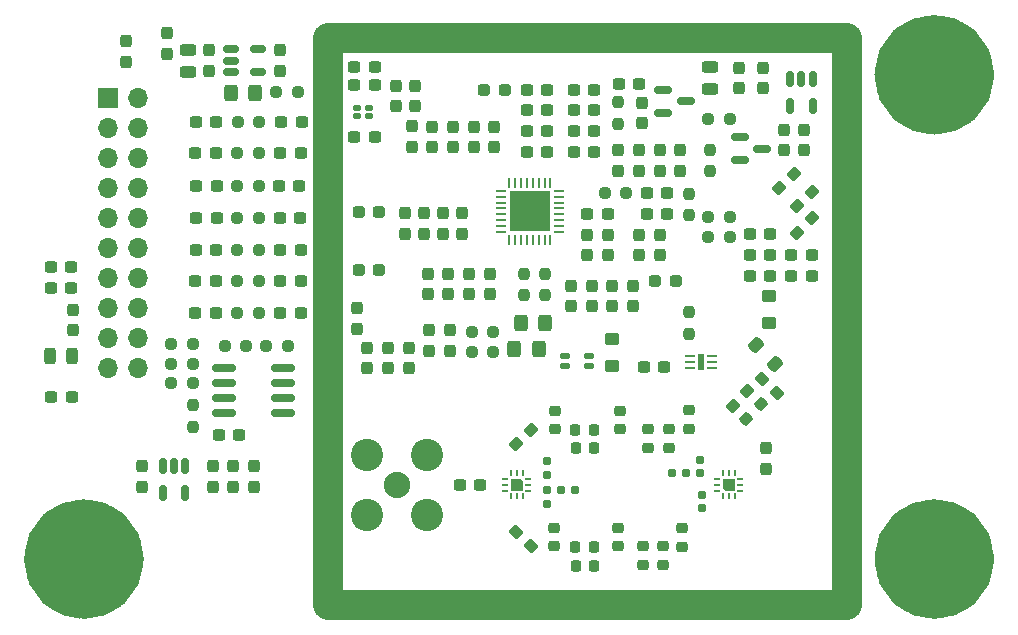
<source format=gbr>
%TF.GenerationSoftware,KiCad,Pcbnew,8.0.8-8.0.8-0~ubuntu22.04.1*%
%TF.CreationDate,2025-02-19T20:52:00+01:00*%
%TF.ProjectId,LO_synth_ADF4351_module,4c4f5f73-796e-4746-985f-414446343335,rev?*%
%TF.SameCoordinates,Original*%
%TF.FileFunction,Soldermask,Top*%
%TF.FilePolarity,Negative*%
%FSLAX46Y46*%
G04 Gerber Fmt 4.6, Leading zero omitted, Abs format (unit mm)*
G04 Created by KiCad (PCBNEW 8.0.8-8.0.8-0~ubuntu22.04.1) date 2025-02-19 20:52:00*
%MOMM*%
%LPD*%
G01*
G04 APERTURE LIST*
G04 Aperture macros list*
%AMRoundRect*
0 Rectangle with rounded corners*
0 $1 Rounding radius*
0 $2 $3 $4 $5 $6 $7 $8 $9 X,Y pos of 4 corners*
0 Add a 4 corners polygon primitive as box body*
4,1,4,$2,$3,$4,$5,$6,$7,$8,$9,$2,$3,0*
0 Add four circle primitives for the rounded corners*
1,1,$1+$1,$2,$3*
1,1,$1+$1,$4,$5*
1,1,$1+$1,$6,$7*
1,1,$1+$1,$8,$9*
0 Add four rect primitives between the rounded corners*
20,1,$1+$1,$2,$3,$4,$5,0*
20,1,$1+$1,$4,$5,$6,$7,0*
20,1,$1+$1,$6,$7,$8,$9,0*
20,1,$1+$1,$8,$9,$2,$3,0*%
%AMOutline5P*
0 Free polygon, 5 corners , with rotation*
0 The origin of the aperture is its center*
0 number of corners: always 5*
0 $1 to $10 corner X, Y*
0 $11 Rotation angle, in degrees counterclockwise*
0 create outline with 5 corners*
4,1,5,$1,$2,$3,$4,$5,$6,$7,$8,$9,$10,$1,$2,$11*%
%AMOutline6P*
0 Free polygon, 6 corners , with rotation*
0 The origin of the aperture is its center*
0 number of corners: always 6*
0 $1 to $12 corner X, Y*
0 $13 Rotation angle, in degrees counterclockwise*
0 create outline with 6 corners*
4,1,6,$1,$2,$3,$4,$5,$6,$7,$8,$9,$10,$11,$12,$1,$2,$13*%
%AMOutline7P*
0 Free polygon, 7 corners , with rotation*
0 The origin of the aperture is its center*
0 number of corners: always 7*
0 $1 to $14 corner X, Y*
0 $15 Rotation angle, in degrees counterclockwise*
0 create outline with 7 corners*
4,1,7,$1,$2,$3,$4,$5,$6,$7,$8,$9,$10,$11,$12,$13,$14,$1,$2,$15*%
%AMOutline8P*
0 Free polygon, 8 corners , with rotation*
0 The origin of the aperture is its center*
0 number of corners: always 8*
0 $1 to $16 corner X, Y*
0 $17 Rotation angle, in degrees counterclockwise*
0 create outline with 8 corners*
4,1,8,$1,$2,$3,$4,$5,$6,$7,$8,$9,$10,$11,$12,$13,$14,$15,$16,$1,$2,$17*%
G04 Aperture macros list end*
%ADD10C,5.050000*%
%ADD11C,2.500000*%
%ADD12RoundRect,0.237500X0.237500X-0.300000X0.237500X0.300000X-0.237500X0.300000X-0.237500X-0.300000X0*%
%ADD13RoundRect,0.237500X-0.250000X-0.237500X0.250000X-0.237500X0.250000X0.237500X-0.250000X0.237500X0*%
%ADD14RoundRect,0.237500X0.300000X0.237500X-0.300000X0.237500X-0.300000X-0.237500X0.300000X-0.237500X0*%
%ADD15RoundRect,0.237500X-0.300000X-0.237500X0.300000X-0.237500X0.300000X0.237500X-0.300000X0.237500X0*%
%ADD16RoundRect,0.155000X-0.155000X0.212500X-0.155000X-0.212500X0.155000X-0.212500X0.155000X0.212500X0*%
%ADD17RoundRect,0.237500X-0.237500X0.300000X-0.237500X-0.300000X0.237500X-0.300000X0.237500X0.300000X0*%
%ADD18RoundRect,0.225000X-0.250000X0.225000X-0.250000X-0.225000X0.250000X-0.225000X0.250000X0.225000X0*%
%ADD19RoundRect,0.250000X-0.350000X0.275000X-0.350000X-0.275000X0.350000X-0.275000X0.350000X0.275000X0*%
%ADD20RoundRect,0.237500X0.044194X0.380070X-0.380070X-0.044194X-0.044194X-0.380070X0.380070X0.044194X0*%
%ADD21RoundRect,0.250000X-0.325000X-0.450000X0.325000X-0.450000X0.325000X0.450000X-0.325000X0.450000X0*%
%ADD22RoundRect,0.237500X0.237500X-0.250000X0.237500X0.250000X-0.237500X0.250000X-0.237500X-0.250000X0*%
%ADD23RoundRect,0.237500X-0.237500X0.287500X-0.237500X-0.287500X0.237500X-0.287500X0.237500X0.287500X0*%
%ADD24RoundRect,0.150000X-0.587500X-0.150000X0.587500X-0.150000X0.587500X0.150000X-0.587500X0.150000X0*%
%ADD25RoundRect,0.237500X0.250000X0.237500X-0.250000X0.237500X-0.250000X-0.237500X0.250000X-0.237500X0*%
%ADD26RoundRect,0.237500X-0.237500X0.250000X-0.237500X-0.250000X0.237500X-0.250000X0.237500X0.250000X0*%
%ADD27RoundRect,0.225000X0.250000X-0.225000X0.250000X0.225000X-0.250000X0.225000X-0.250000X-0.225000X0*%
%ADD28RoundRect,0.218750X-0.256250X0.218750X-0.256250X-0.218750X0.256250X-0.218750X0.256250X0.218750X0*%
%ADD29RoundRect,0.250000X0.350000X-0.275000X0.350000X0.275000X-0.350000X0.275000X-0.350000X-0.275000X0*%
%ADD30RoundRect,0.125000X0.325000X0.125000X-0.325000X0.125000X-0.325000X-0.125000X0.325000X-0.125000X0*%
%ADD31RoundRect,0.218750X0.218750X0.256250X-0.218750X0.256250X-0.218750X-0.256250X0.218750X-0.256250X0*%
%ADD32RoundRect,0.243750X-0.243750X-0.456250X0.243750X-0.456250X0.243750X0.456250X-0.243750X0.456250X0*%
%ADD33RoundRect,0.237500X0.008839X0.344715X-0.344715X-0.008839X-0.008839X-0.344715X0.344715X0.008839X0*%
%ADD34RoundRect,0.237500X-0.035355X-0.371231X0.371231X0.035355X0.035355X0.371231X-0.371231X-0.035355X0*%
%ADD35RoundRect,0.150000X-0.512500X-0.150000X0.512500X-0.150000X0.512500X0.150000X-0.512500X0.150000X0*%
%ADD36RoundRect,0.155000X0.155000X-0.212500X0.155000X0.212500X-0.155000X0.212500X-0.155000X-0.212500X0*%
%ADD37RoundRect,0.237500X-0.287500X-0.237500X0.287500X-0.237500X0.287500X0.237500X-0.287500X0.237500X0*%
%ADD38RoundRect,0.062500X-0.375000X-0.062500X0.375000X-0.062500X0.375000X0.062500X-0.375000X0.062500X0*%
%ADD39R,0.600000X1.370000*%
%ADD40RoundRect,0.225000X-0.225000X-0.250000X0.225000X-0.250000X0.225000X0.250000X-0.225000X0.250000X0*%
%ADD41RoundRect,0.237500X0.380070X-0.044194X-0.044194X0.380070X-0.380070X0.044194X0.044194X-0.380070X0*%
%ADD42RoundRect,0.160000X-0.197500X-0.160000X0.197500X-0.160000X0.197500X0.160000X-0.197500X0.160000X0*%
%ADD43C,2.286000*%
%ADD44RoundRect,0.160000X0.197500X0.160000X-0.197500X0.160000X-0.197500X-0.160000X0.197500X-0.160000X0*%
%ADD45RoundRect,0.062500X-0.062500X-0.175000X0.062500X-0.175000X0.062500X0.175000X-0.062500X0.175000X0*%
%ADD46RoundRect,0.062500X-0.175000X0.062500X-0.175000X-0.062500X0.175000X-0.062500X0.175000X0.062500X0*%
%ADD47Outline5P,-0.500000X0.300000X-0.300000X0.500000X0.500000X0.500000X0.500000X-0.500000X-0.500000X-0.500000X270.000000*%
%ADD48RoundRect,0.150000X-0.150000X0.512500X-0.150000X-0.512500X0.150000X-0.512500X0.150000X0.512500X0*%
%ADD49RoundRect,0.062500X0.062500X0.175000X-0.062500X0.175000X-0.062500X-0.175000X0.062500X-0.175000X0*%
%ADD50RoundRect,0.062500X0.175000X-0.062500X0.175000X0.062500X-0.175000X0.062500X-0.175000X-0.062500X0*%
%ADD51Outline5P,-0.500000X0.300000X-0.300000X0.500000X0.500000X0.500000X0.500000X-0.500000X-0.500000X-0.500000X90.000000*%
%ADD52RoundRect,0.237500X0.287500X0.237500X-0.287500X0.237500X-0.287500X-0.237500X0.287500X-0.237500X0*%
%ADD53RoundRect,0.250000X0.441942X0.053033X0.053033X0.441942X-0.441942X-0.053033X-0.053033X-0.441942X0*%
%ADD54RoundRect,0.237500X0.237500X-0.287500X0.237500X0.287500X-0.237500X0.287500X-0.237500X-0.287500X0*%
%ADD55RoundRect,0.243750X0.456250X-0.243750X0.456250X0.243750X-0.456250X0.243750X-0.456250X-0.243750X0*%
%ADD56RoundRect,0.125000X0.175000X0.125000X-0.175000X0.125000X-0.175000X-0.125000X0.175000X-0.125000X0*%
%ADD57RoundRect,0.062500X-0.350000X-0.062500X0.350000X-0.062500X0.350000X0.062500X-0.350000X0.062500X0*%
%ADD58RoundRect,0.062500X-0.062500X-0.350000X0.062500X-0.350000X0.062500X0.350000X-0.062500X0.350000X0*%
%ADD59R,3.500000X3.500000*%
%ADD60RoundRect,0.150000X0.825000X0.150000X-0.825000X0.150000X-0.825000X-0.150000X0.825000X-0.150000X0*%
%ADD61RoundRect,0.243750X-0.456250X0.243750X-0.456250X-0.243750X0.456250X-0.243750X0.456250X0.243750X0*%
%ADD62R,1.700000X1.700000*%
%ADD63O,1.700000X1.700000*%
%ADD64C,2.240000*%
%ADD65C,2.740000*%
G04 APERTURE END LIST*
D10*
X144525000Y-41000000D02*
G75*
G02*
X139475000Y-41000000I-2525000J0D01*
G01*
X139475000Y-41000000D02*
G75*
G02*
X144525000Y-41000000I2525000J0D01*
G01*
X144525000Y-82000000D02*
G75*
G02*
X139475000Y-82000000I-2525000J0D01*
G01*
X139475000Y-82000000D02*
G75*
G02*
X144525000Y-82000000I2525000J0D01*
G01*
X72525000Y-82000000D02*
G75*
G02*
X67475000Y-82000000I-2525000J0D01*
G01*
X67475000Y-82000000D02*
G75*
G02*
X72525000Y-82000000I2525000J0D01*
G01*
%TO.C,J3*%
D11*
X134650000Y-37900000D02*
X90650000Y-37900000D01*
X90650000Y-85900000D01*
X134650000Y-85900000D01*
X134650000Y-37900000D01*
%TD*%
D12*
%TO.C,C39*%
X98800000Y-54462500D03*
X98800000Y-52737500D03*
%TD*%
%TO.C,C26*%
X99100000Y-59600000D03*
X99100000Y-57875000D03*
%TD*%
%TO.C,C14*%
X82650000Y-75862500D03*
X82650000Y-74137500D03*
%TD*%
D13*
%TO.C,R18*%
X122837500Y-53000000D03*
X124662500Y-53000000D03*
%TD*%
D14*
%TO.C,C98*%
X131612500Y-58000000D03*
X129887500Y-58000000D03*
%TD*%
D15*
%TO.C,C58*%
X111500000Y-45750000D03*
X113225000Y-45750000D03*
%TD*%
D13*
%TO.C,R21*%
X102837500Y-64500000D03*
X104662500Y-64500000D03*
%TD*%
D16*
%TO.C,C85*%
X109250000Y-73732500D03*
X109250000Y-74867500D03*
%TD*%
D17*
%TO.C,C105*%
X98000000Y-41937500D03*
X98000000Y-43662500D03*
%TD*%
D18*
%TO.C,C69*%
X121250000Y-69400000D03*
X121250000Y-70950000D03*
%TD*%
D17*
%TO.C,C83*%
X125500000Y-40387500D03*
X125500000Y-42112500D03*
%TD*%
D16*
%TO.C,C52*%
X122200000Y-73582500D03*
X122200000Y-74717500D03*
%TD*%
D15*
%TO.C,C61*%
X111500000Y-44000000D03*
X113225000Y-44000000D03*
%TD*%
D12*
%TO.C,C46*%
X97200000Y-54462500D03*
X97200000Y-52737500D03*
%TD*%
D17*
%TO.C,C60*%
X101000000Y-62637500D03*
X101000000Y-64362500D03*
%TD*%
D19*
%TO.C,L7*%
X114750000Y-63350000D03*
X114750000Y-65650000D03*
%TD*%
D20*
%TO.C,C95*%
X130109880Y-49390120D03*
X128890120Y-50609880D03*
%TD*%
D21*
%TO.C,D1*%
X82450000Y-42500000D03*
X84500000Y-42500000D03*
%TD*%
D22*
%TO.C,R32*%
X79200000Y-70812500D03*
X79200000Y-68987500D03*
%TD*%
D23*
%TO.C,FB7*%
X97750000Y-45375000D03*
X97750000Y-47125000D03*
%TD*%
D24*
%TO.C,Q2*%
X119062500Y-42300000D03*
X119062500Y-44200000D03*
X120937500Y-43250000D03*
%TD*%
D25*
%TO.C,R17*%
X115912500Y-51000000D03*
X114087500Y-51000000D03*
%TD*%
D26*
%TO.C,R19*%
X107250000Y-57837500D03*
X107250000Y-59662500D03*
%TD*%
D27*
%TO.C,C71*%
X119000000Y-82475000D03*
X119000000Y-80925000D03*
%TD*%
D13*
%TO.C,R6*%
X82975000Y-58500000D03*
X84800000Y-58500000D03*
%TD*%
D18*
%TO.C,C75*%
X115400000Y-69425000D03*
X115400000Y-70975000D03*
%TD*%
D12*
%TO.C,C24*%
X111250000Y-60612500D03*
X111250000Y-58887500D03*
%TD*%
D26*
%TO.C,R24*%
X121250000Y-61087500D03*
X121250000Y-62912500D03*
%TD*%
D22*
%TO.C,R12*%
X123000000Y-49162500D03*
X123000000Y-47337500D03*
%TD*%
D17*
%TO.C,C82*%
X127500000Y-40387500D03*
X127500000Y-42112500D03*
%TD*%
D28*
%TO.C,L1*%
X117300000Y-80912500D03*
X117300000Y-82487500D03*
%TD*%
D12*
%TO.C,C91*%
X131000000Y-47362500D03*
X131000000Y-45637500D03*
%TD*%
D29*
%TO.C,L8*%
X128000000Y-62000000D03*
X128000000Y-59700000D03*
%TD*%
D12*
%TO.C,C59*%
X117000000Y-56250000D03*
X117000000Y-54525000D03*
%TD*%
D14*
%TO.C,C33*%
X109225000Y-45750000D03*
X107500000Y-45750000D03*
%TD*%
D15*
%TO.C,C6*%
X79475000Y-45037500D03*
X81200000Y-45037500D03*
%TD*%
%TO.C,C111*%
X92887500Y-40300000D03*
X94612500Y-40300000D03*
%TD*%
D14*
%TO.C,C48*%
X109225000Y-42250000D03*
X107500000Y-42250000D03*
%TD*%
%TO.C,C103*%
X103562500Y-75700000D03*
X101837500Y-75700000D03*
%TD*%
D12*
%TO.C,C56*%
X118750000Y-56250000D03*
X118750000Y-54525000D03*
%TD*%
D30*
%TO.C,TR1*%
X112750000Y-65650000D03*
X112750000Y-64850000D03*
X110750000Y-64850000D03*
X110750000Y-65650000D03*
%TD*%
D15*
%TO.C,C3*%
X79437500Y-47600000D03*
X81162500Y-47600000D03*
%TD*%
%TO.C,C57*%
X117637500Y-52750000D03*
X119362500Y-52750000D03*
%TD*%
D14*
%TO.C,C15*%
X88362500Y-61200000D03*
X86637500Y-61200000D03*
%TD*%
D31*
%TO.C,L4*%
X113187500Y-71050000D03*
X111612500Y-71050000D03*
%TD*%
D15*
%TO.C,C55*%
X111500000Y-47500000D03*
X113225000Y-47500000D03*
%TD*%
D27*
%TO.C,C72*%
X117800000Y-72575000D03*
X117800000Y-71025000D03*
%TD*%
D32*
%TO.C,C1*%
X67100000Y-64800000D03*
X68975000Y-64800000D03*
%TD*%
D33*
%TO.C,R105*%
X127345235Y-68854765D03*
X126054765Y-70145235D03*
%TD*%
D13*
%TO.C,R2*%
X83012500Y-45037500D03*
X84837500Y-45037500D03*
%TD*%
%TO.C,R22*%
X102837500Y-62750000D03*
X104662500Y-62750000D03*
%TD*%
D34*
%TO.C,FB11*%
X130381282Y-54368718D03*
X131618718Y-53131282D03*
%TD*%
D35*
%TO.C,U9*%
X82462500Y-38850000D03*
X82462500Y-39800000D03*
X82462500Y-40750000D03*
X84737500Y-40750000D03*
X84737500Y-38850000D03*
%TD*%
D14*
%TO.C,C21*%
X88337500Y-53100000D03*
X86612500Y-53100000D03*
%TD*%
D17*
%TO.C,C28*%
X104750000Y-45387500D03*
X104750000Y-47112500D03*
%TD*%
%TO.C,C76*%
X99260000Y-62637500D03*
X99260000Y-64362500D03*
%TD*%
D12*
%TO.C,C30*%
X113000000Y-60612500D03*
X113000000Y-58887500D03*
%TD*%
D20*
%TO.C,C97*%
X131609880Y-50890120D03*
X130390120Y-52109880D03*
%TD*%
D14*
%TO.C,C64*%
X119362500Y-51000000D03*
X117637500Y-51000000D03*
%TD*%
D17*
%TO.C,C29*%
X120500000Y-47387500D03*
X120500000Y-49112500D03*
%TD*%
D12*
%TO.C,C47*%
X104350000Y-59600000D03*
X104350000Y-57875000D03*
%TD*%
D15*
%TO.C,C66*%
X111500000Y-42250000D03*
X113225000Y-42250000D03*
%TD*%
D13*
%TO.C,R14*%
X122837500Y-54750000D03*
X124662500Y-54750000D03*
%TD*%
D15*
%TO.C,C102*%
X126387500Y-54500000D03*
X128112500Y-54500000D03*
%TD*%
D36*
%TO.C,C118*%
X109200000Y-77317500D03*
X109200000Y-76182500D03*
%TD*%
D25*
%TO.C,R37*%
X83762500Y-63950000D03*
X81937500Y-63950000D03*
%TD*%
D37*
%TO.C,FB4*%
X93250000Y-52600000D03*
X95000000Y-52600000D03*
%TD*%
D12*
%TO.C,C40*%
X102600000Y-59600000D03*
X102600000Y-57875000D03*
%TD*%
D14*
%TO.C,C27*%
X109225000Y-47500000D03*
X107500000Y-47500000D03*
%TD*%
D15*
%TO.C,C7*%
X79425000Y-58500000D03*
X81150000Y-58500000D03*
%TD*%
D17*
%TO.C,C106*%
X77000000Y-37475000D03*
X77000000Y-39200000D03*
%TD*%
D23*
%TO.C,FB2*%
X93125000Y-60750000D03*
X93125000Y-62500000D03*
%TD*%
D12*
%TO.C,C93*%
X129250000Y-47362500D03*
X129250000Y-45637500D03*
%TD*%
D26*
%TO.C,R15*%
X121250000Y-51087500D03*
X121250000Y-52912500D03*
%TD*%
D17*
%TO.C,C49*%
X99500000Y-45387500D03*
X99500000Y-47112500D03*
%TD*%
D26*
%TO.C,R20*%
X109000000Y-57837500D03*
X109000000Y-59662500D03*
%TD*%
D15*
%TO.C,C92*%
X92887500Y-41900000D03*
X94612500Y-41900000D03*
%TD*%
%TO.C,C100*%
X126387500Y-56250000D03*
X128112500Y-56250000D03*
%TD*%
D18*
%TO.C,C74*%
X115250000Y-79375000D03*
X115250000Y-80925000D03*
%TD*%
D12*
%TO.C,C73*%
X94000000Y-65862500D03*
X94000000Y-64137500D03*
%TD*%
D15*
%TO.C,C11*%
X79512500Y-53100000D03*
X81237500Y-53100000D03*
%TD*%
%TO.C,C8*%
X67237500Y-68300000D03*
X68962500Y-68300000D03*
%TD*%
D13*
%TO.C,R5*%
X82975000Y-55800000D03*
X84800000Y-55800000D03*
%TD*%
D14*
%TO.C,C84*%
X117000000Y-41750000D03*
X115275000Y-41750000D03*
%TD*%
D17*
%TO.C,C43*%
X117000000Y-47387500D03*
X117000000Y-49112500D03*
%TD*%
D12*
%TO.C,C18*%
X84400000Y-75862500D03*
X84400000Y-74137500D03*
%TD*%
D18*
%TO.C,C68*%
X120637500Y-79400000D03*
X120637500Y-80950000D03*
%TD*%
D15*
%TO.C,C10*%
X79437500Y-61200000D03*
X81162500Y-61200000D03*
%TD*%
D38*
%TO.C,U6*%
X121312500Y-64840000D03*
X121312500Y-65340000D03*
X121312500Y-65840000D03*
X123187500Y-65840000D03*
X123187500Y-65340000D03*
X123187500Y-64840000D03*
D39*
X122250000Y-65340000D03*
%TD*%
D15*
%TO.C,C5*%
X67175000Y-59050000D03*
X68900000Y-59050000D03*
%TD*%
D25*
%TO.C,R34*%
X87262500Y-63950000D03*
X85437500Y-63950000D03*
%TD*%
D40*
%TO.C,C78*%
X111637500Y-72575000D03*
X113187500Y-72575000D03*
%TD*%
D25*
%TO.C,R16*%
X88107500Y-42465000D03*
X86282500Y-42465000D03*
%TD*%
D40*
%TO.C,C77*%
X111650000Y-82575000D03*
X113200000Y-82575000D03*
%TD*%
D17*
%TO.C,C50*%
X115250000Y-47387500D03*
X115250000Y-49112500D03*
%TD*%
D26*
%TO.C,R23*%
X115250000Y-43337500D03*
X115250000Y-45162500D03*
%TD*%
D25*
%TO.C,R36*%
X79225000Y-67100000D03*
X77400000Y-67100000D03*
%TD*%
D41*
%TO.C,C121*%
X128659880Y-67959880D03*
X127440120Y-66740120D03*
%TD*%
D12*
%TO.C,C25*%
X102000000Y-54462500D03*
X102000000Y-52737500D03*
%TD*%
D42*
%TO.C,R101*%
X119805000Y-74700000D03*
X121000000Y-74700000D03*
%TD*%
D21*
%TO.C,L5*%
X106450000Y-64250000D03*
X108500000Y-64250000D03*
%TD*%
D17*
%TO.C,C35*%
X118750000Y-47387500D03*
X118750000Y-49112500D03*
%TD*%
D12*
%TO.C,C65*%
X95750000Y-65862500D03*
X95750000Y-64137500D03*
%TD*%
D41*
%TO.C,C120*%
X107834880Y-80909880D03*
X106615120Y-79690120D03*
%TD*%
D34*
%TO.C,L10*%
X124931282Y-69018718D03*
X126168718Y-67781282D03*
%TD*%
D43*
%TO.C,J3*%
X104200000Y-37900000D03*
X121100000Y-85900000D03*
%TD*%
D15*
%TO.C,C96*%
X126387500Y-58000000D03*
X128112500Y-58000000D03*
%TD*%
D13*
%TO.C,R1*%
X82987500Y-61200000D03*
X84812500Y-61200000D03*
%TD*%
D24*
%TO.C,Q3*%
X125562500Y-46300000D03*
X125562500Y-48200000D03*
X127437500Y-47250000D03*
%TD*%
D15*
%TO.C,C2*%
X67175000Y-57300000D03*
X68900000Y-57300000D03*
%TD*%
D18*
%TO.C,C80*%
X109875000Y-69475000D03*
X109875000Y-71025000D03*
%TD*%
D12*
%TO.C,C16*%
X80900000Y-75862500D03*
X80900000Y-74137500D03*
%TD*%
D44*
%TO.C,R102*%
X111597500Y-76150000D03*
X110402500Y-76150000D03*
%TD*%
D14*
%TO.C,C99*%
X131612500Y-56250000D03*
X129887500Y-56250000D03*
%TD*%
D45*
%TO.C,U102*%
X107137500Y-74737500D03*
X106637500Y-74737500D03*
X106137500Y-74737500D03*
D46*
X105675000Y-75200000D03*
X105675000Y-75700000D03*
X105675000Y-76200000D03*
D45*
X106137500Y-76662500D03*
X106637500Y-76662500D03*
X107137500Y-76662500D03*
D46*
X107600000Y-76200000D03*
X107600000Y-75700000D03*
X107600000Y-75200000D03*
D47*
X106637500Y-75700000D03*
%TD*%
D12*
%TO.C,C45*%
X116500000Y-60612500D03*
X116500000Y-58887500D03*
%TD*%
D48*
%TO.C,U5*%
X131700000Y-41362500D03*
X130750000Y-41362500D03*
X129800000Y-41362500D03*
X129800000Y-43637500D03*
X131700000Y-43637500D03*
%TD*%
D13*
%TO.C,R3*%
X82962500Y-50400000D03*
X84787500Y-50400000D03*
%TD*%
D14*
%TO.C,C22*%
X88237500Y-50400000D03*
X86512500Y-50400000D03*
%TD*%
D49*
%TO.C,U101*%
X124100000Y-76675000D03*
X124600000Y-76675000D03*
X125100000Y-76675000D03*
D50*
X125562500Y-76212500D03*
X125562500Y-75712500D03*
X125562500Y-75212500D03*
D49*
X125100000Y-74750000D03*
X124600000Y-74750000D03*
X124100000Y-74750000D03*
D50*
X123637500Y-75212500D03*
X123637500Y-75712500D03*
X123637500Y-76212500D03*
D51*
X124600000Y-75712500D03*
%TD*%
D12*
%TO.C,C89*%
X117250000Y-45112500D03*
X117250000Y-43387500D03*
%TD*%
D13*
%TO.C,R33*%
X77387500Y-63800000D03*
X79212500Y-63800000D03*
%TD*%
D14*
%TO.C,C12*%
X88450000Y-44987500D03*
X86725000Y-44987500D03*
%TD*%
D52*
%TO.C,FB3*%
X120125000Y-58500000D03*
X118375000Y-58500000D03*
%TD*%
D25*
%TO.C,R25*%
X124662500Y-44750000D03*
X122837500Y-44750000D03*
%TD*%
D53*
%TO.C,L9*%
X128513173Y-65463173D03*
X126886827Y-63836827D03*
%TD*%
D15*
%TO.C,C9*%
X79487500Y-55800000D03*
X81212500Y-55800000D03*
%TD*%
D25*
%TO.C,R35*%
X79212500Y-65500000D03*
X77387500Y-65500000D03*
%TD*%
D54*
%TO.C,FB1*%
X69037500Y-62625000D03*
X69037500Y-60875000D03*
%TD*%
D55*
%TO.C,C109*%
X78800000Y-40737500D03*
X78800000Y-38862500D03*
%TD*%
D17*
%TO.C,C94*%
X127750000Y-72637500D03*
X127750000Y-74362500D03*
%TD*%
D37*
%TO.C,FB5*%
X93250000Y-57500000D03*
X95000000Y-57500000D03*
%TD*%
D31*
%TO.C,L3*%
X113187500Y-80950000D03*
X111612500Y-80950000D03*
%TD*%
D14*
%TO.C,C101*%
X83162500Y-71500000D03*
X81437500Y-71500000D03*
%TD*%
D54*
%TO.C,FB12*%
X73600000Y-39875000D03*
X73600000Y-38125000D03*
%TD*%
D12*
%TO.C,C108*%
X86600000Y-40662500D03*
X86600000Y-38937500D03*
%TD*%
D20*
%TO.C,C119*%
X107834880Y-71040120D03*
X106615120Y-72259880D03*
%TD*%
D37*
%TO.C,FB6*%
X103875000Y-42250000D03*
X105625000Y-42250000D03*
%TD*%
D14*
%TO.C,C19*%
X88350000Y-58500000D03*
X86625000Y-58500000D03*
%TD*%
D56*
%TO.C,U8*%
X94100000Y-43800000D03*
X93100000Y-43800000D03*
X93100000Y-44500000D03*
X94100000Y-44500000D03*
%TD*%
D12*
%TO.C,C67*%
X112612500Y-56250000D03*
X112612500Y-54525000D03*
%TD*%
D48*
%TO.C,U1*%
X78600000Y-74156250D03*
X77650000Y-74156250D03*
X76700000Y-74156250D03*
X76700000Y-76431250D03*
X78600000Y-76431250D03*
%TD*%
D13*
%TO.C,R4*%
X82962500Y-53100000D03*
X84787500Y-53100000D03*
%TD*%
D12*
%TO.C,C4*%
X74900000Y-75862500D03*
X74900000Y-74137500D03*
%TD*%
D15*
%TO.C,C13*%
X79512500Y-50400000D03*
X81237500Y-50400000D03*
%TD*%
D57*
%TO.C,U2*%
X105312500Y-50812500D03*
X105312500Y-51312500D03*
X105312500Y-51812500D03*
X105312500Y-52312500D03*
X105312500Y-52812500D03*
X105312500Y-53312500D03*
X105312500Y-53812500D03*
X105312500Y-54312500D03*
D58*
X106000000Y-55000000D03*
X106500000Y-55000000D03*
X107000000Y-55000000D03*
X107500000Y-55000000D03*
X108000000Y-55000000D03*
X108500000Y-55000000D03*
X109000000Y-55000000D03*
X109500000Y-55000000D03*
D57*
X110187500Y-54312500D03*
X110187500Y-53812500D03*
X110187500Y-53312500D03*
X110187500Y-52812500D03*
X110187500Y-52312500D03*
X110187500Y-51812500D03*
X110187500Y-51312500D03*
X110187500Y-50812500D03*
D58*
X109500000Y-50125000D03*
X109000000Y-50125000D03*
X108500000Y-50125000D03*
X108000000Y-50125000D03*
X107500000Y-50125000D03*
X107000000Y-50125000D03*
X106500000Y-50125000D03*
X106000000Y-50125000D03*
D59*
X107750000Y-52562500D03*
%TD*%
D12*
%TO.C,C63*%
X97500000Y-65862500D03*
X97500000Y-64137500D03*
%TD*%
D13*
%TO.C,R7*%
X82987500Y-47600000D03*
X84812500Y-47600000D03*
%TD*%
D60*
%TO.C,U7*%
X86825000Y-69605000D03*
X86825000Y-68335000D03*
X86825000Y-67065000D03*
X86825000Y-65795000D03*
X81875000Y-65795000D03*
X81875000Y-67065000D03*
X81875000Y-68335000D03*
X81875000Y-69605000D03*
%TD*%
D17*
%TO.C,C42*%
X101250000Y-45387500D03*
X101250000Y-47112500D03*
%TD*%
D14*
%TO.C,C20*%
X88350000Y-55800000D03*
X86625000Y-55800000D03*
%TD*%
D12*
%TO.C,C31*%
X100400000Y-54462500D03*
X100400000Y-52737500D03*
%TD*%
D18*
%TO.C,C79*%
X109825000Y-79375000D03*
X109825000Y-80925000D03*
%TD*%
D36*
%TO.C,C53*%
X122350000Y-77717500D03*
X122350000Y-76582500D03*
%TD*%
D61*
%TO.C,C81*%
X123000000Y-40312500D03*
X123000000Y-42187500D03*
%TD*%
D15*
%TO.C,C86*%
X117387500Y-65750000D03*
X119112500Y-65750000D03*
%TD*%
D14*
%TO.C,C70*%
X114362500Y-52750000D03*
X112637500Y-52750000D03*
%TD*%
%TO.C,C17*%
X88362500Y-47600000D03*
X86637500Y-47600000D03*
%TD*%
D28*
%TO.C,L2*%
X119500000Y-71012500D03*
X119500000Y-72587500D03*
%TD*%
D14*
%TO.C,C44*%
X94612500Y-46250000D03*
X92887500Y-46250000D03*
%TD*%
D12*
%TO.C,C62*%
X114362500Y-56250000D03*
X114362500Y-54525000D03*
%TD*%
D14*
%TO.C,C41*%
X109225000Y-44000000D03*
X107500000Y-44000000D03*
%TD*%
D17*
%TO.C,C104*%
X96400000Y-41937499D03*
X96400000Y-43662501D03*
%TD*%
D21*
%TO.C,L6*%
X106975000Y-62000000D03*
X109025000Y-62000000D03*
%TD*%
D17*
%TO.C,C34*%
X103000000Y-45387500D03*
X103000000Y-47112500D03*
%TD*%
D12*
%TO.C,C38*%
X114750000Y-60612500D03*
X114750000Y-58887500D03*
%TD*%
%TO.C,C32*%
X100850000Y-59600000D03*
X100850000Y-57875000D03*
%TD*%
%TO.C,C107*%
X80600000Y-40662500D03*
X80600000Y-38937500D03*
%TD*%
D62*
%TO.C,J1*%
X72000000Y-43000000D03*
D63*
X74540000Y-43000000D03*
X72000000Y-45540000D03*
X74540000Y-45540000D03*
X72000000Y-48080000D03*
X74540000Y-48080000D03*
X72000000Y-50620000D03*
X74540000Y-50620000D03*
X72000000Y-53160000D03*
X74540000Y-53160000D03*
X72000000Y-55700000D03*
X74540000Y-55700000D03*
X72000000Y-58240000D03*
X74540000Y-58240000D03*
X72000000Y-60780000D03*
X74540000Y-60780000D03*
X72000000Y-63320000D03*
X74540000Y-63320000D03*
X72000000Y-65860000D03*
X74540000Y-65860000D03*
%TD*%
D64*
%TO.C,J2*%
X96500000Y-75750000D03*
D65*
X93960000Y-73210000D03*
X93960000Y-78290000D03*
X99040000Y-73210000D03*
X99040000Y-78290000D03*
%TD*%
M02*

</source>
